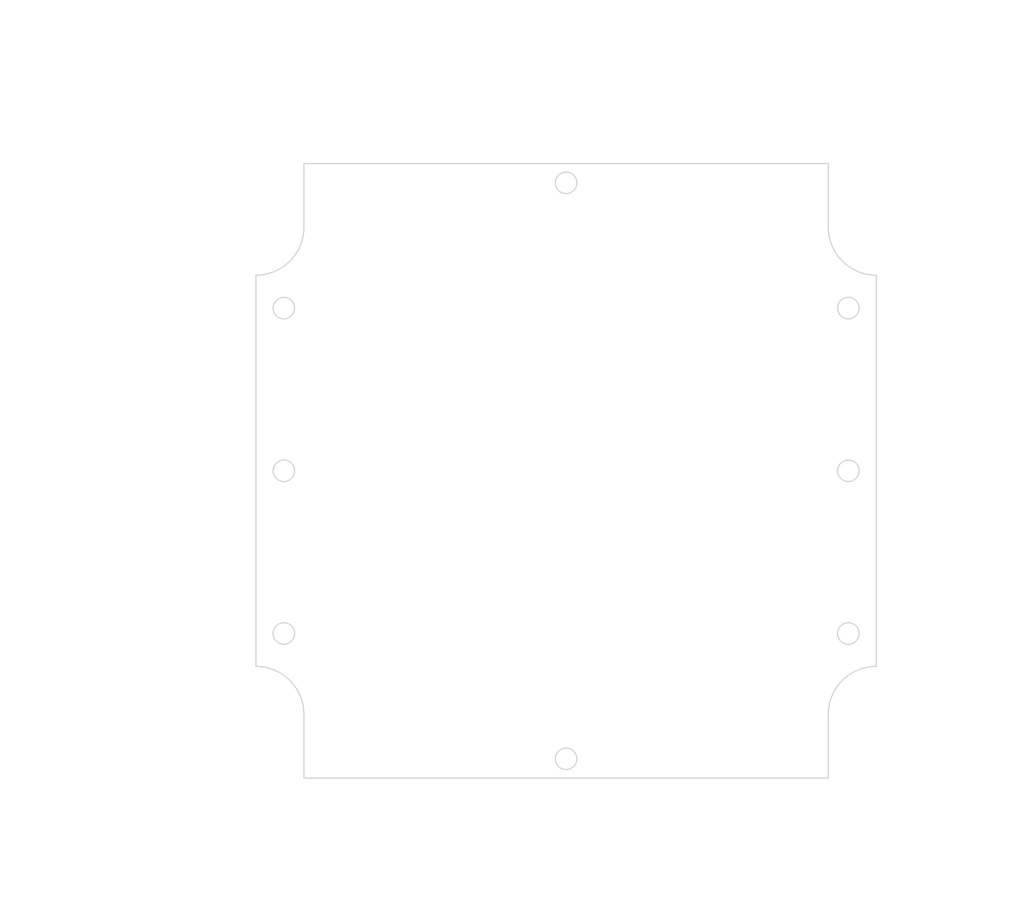
<source format=kicad_pcb>
(kicad_pcb (version 20171130) (host pcbnew "(5.1.0)-1")

  (general
    (thickness 1.6)
    (drawings 105)
    (tracks 0)
    (zones 0)
    (modules 0)
    (nets 1)
  )

  (page A4)
  (layers
    (0 F.Cu signal)
    (31 B.Cu signal)
    (32 B.Adhes user)
    (33 F.Adhes user)
    (34 B.Paste user)
    (35 F.Paste user)
    (36 B.SilkS user)
    (37 F.SilkS user)
    (38 B.Mask user)
    (39 F.Mask user)
    (40 Dwgs.User user)
    (41 Cmts.User user)
    (42 Eco1.User user)
    (43 Eco2.User user)
    (44 Edge.Cuts user)
    (45 Margin user)
    (46 B.CrtYd user)
    (47 F.CrtYd user)
    (48 B.Fab user)
    (49 F.Fab user)
  )

  (setup
    (last_trace_width 0.25)
    (trace_clearance 0.2)
    (zone_clearance 0.508)
    (zone_45_only no)
    (trace_min 0.2)
    (via_size 0.8)
    (via_drill 0.4)
    (via_min_size 0.4)
    (via_min_drill 0.3)
    (uvia_size 0.3)
    (uvia_drill 0.1)
    (uvias_allowed no)
    (uvia_min_size 0.2)
    (uvia_min_drill 0.1)
    (edge_width 0.05)
    (segment_width 0.2)
    (pcb_text_width 0.3)
    (pcb_text_size 1.5 1.5)
    (mod_edge_width 0.12)
    (mod_text_size 1 1)
    (mod_text_width 0.15)
    (pad_size 1.524 1.524)
    (pad_drill 0.762)
    (pad_to_mask_clearance 0.051)
    (solder_mask_min_width 0.25)
    (aux_axis_origin 0 0)
    (visible_elements FFFFFF7F)
    (pcbplotparams
      (layerselection 0x010fc_ffffffff)
      (usegerberextensions false)
      (usegerberattributes false)
      (usegerberadvancedattributes false)
      (creategerberjobfile false)
      (excludeedgelayer true)
      (linewidth 0.152400)
      (plotframeref false)
      (viasonmask false)
      (mode 1)
      (useauxorigin false)
      (hpglpennumber 1)
      (hpglpenspeed 20)
      (hpglpendiameter 15.000000)
      (psnegative false)
      (psa4output false)
      (plotreference true)
      (plotvalue true)
      (plotinvisibletext false)
      (padsonsilk false)
      (subtractmaskfromsilk false)
      (outputformat 1)
      (mirror false)
      (drillshape 1)
      (scaleselection 1)
      (outputdirectory ""))
  )

  (net 0 "")

  (net_class Default "This is the default net class."
    (clearance 0.2)
    (trace_width 0.25)
    (via_dia 0.8)
    (via_drill 0.4)
    (uvia_dia 0.3)
    (uvia_drill 0.1)
  )

  (gr_line (start 110.815771 61.239853) (end 110.815771 50.190853) (layer Edge.Cuts) (width 0.2))
  (gr_arc (start 102.484571 61.239853) (end 102.484571 69.571053) (angle -90) (layer Edge.Cuts) (width 0.2))
  (gr_line (start 102.484571 137.490653) (end 102.484571 69.571053) (layer Edge.Cuts) (width 0.2))
  (gr_arc (start 102.484571 145.821853) (end 110.815771 145.821853) (angle -90) (layer Edge.Cuts) (width 0.2))
  (gr_line (start 110.815771 156.870853) (end 110.815771 145.821853) (layer Edge.Cuts) (width 0.2))
  (gr_line (start 201.849371 156.870853) (end 110.815771 156.870853) (layer Edge.Cuts) (width 0.2))
  (gr_line (start 201.849371 145.821853) (end 201.849371 156.870853) (layer Edge.Cuts) (width 0.2))
  (gr_arc (start 210.180571 145.821853) (end 210.180571 137.490653) (angle -90) (layer Edge.Cuts) (width 0.2))
  (gr_line (start 210.180571 69.571053) (end 210.180571 137.490653) (layer Edge.Cuts) (width 0.2))
  (gr_arc (start 210.180571 61.239853) (end 201.849371 61.239853) (angle -90) (layer Edge.Cuts) (width 0.2))
  (gr_line (start 201.849371 50.190853) (end 201.849371 61.239853) (layer Edge.Cuts) (width 0.2))
  (gr_line (start 110.815771 50.190853) (end 201.849371 50.190853) (layer Edge.Cuts) (width 0.2))
  (gr_circle (center 156.332571 153.530853) (end 158.199471 153.530853) (layer Edge.Cuts) (width 0.2))
  (gr_circle (center 107.332571 103.530853) (end 109.199471 103.530853) (layer Edge.Cuts) (width 0.2))
  (gr_circle (center 205.332571 103.530853) (end 207.199471 103.530853) (layer Edge.Cuts) (width 0.2))
  (gr_circle (center 156.332571 53.530853) (end 158.199471 53.530853) (layer Edge.Cuts) (width 0.2))
  (gr_circle (center 107.332571 75.286053) (end 109.199471 75.286053) (layer Edge.Cuts) (width 0.2))
  (gr_circle (center 205.332571 75.286053) (end 207.199471 75.286053) (layer Edge.Cuts) (width 0.2))
  (gr_circle (center 107.332571 131.775653) (end 109.199471 131.775653) (layer Edge.Cuts) (width 0.2))
  (gr_circle (center 205.332571 131.775653) (end 207.199471 131.775653) (layer Edge.Cuts) (width 0.2))
  (gr_text [2.12] (at 129.408571 179.612572) (layer Dwgs.User)
    (effects (font (size 2 1.8) (thickness 0.25)))
  )
  (gr_text " 53.85" (at 129.408571 175.709025) (layer Dwgs.User)
    (effects (font (size 2 1.8) (thickness 0.25)))
  )
  (gr_line (start 154.332571 177.530853) (end 134.036675 177.530853) (layer Dwgs.User) (width 0.2))
  (gr_line (start 104.484571 177.530853) (end 124.780468 177.530853) (layer Dwgs.User) (width 0.2))
  (gr_line (start 156.332571 154.530853) (end 156.332571 180.705853) (layer Dwgs.User) (width 0.2))
  (gr_line (start 102.484571 138.490653) (end 102.484571 180.705853) (layer Dwgs.User) (width 0.2))
  (gr_line (start 205.332571 131.865653) (end 205.332571 131.685653) (layer Dwgs.User) (width 0.2))
  (gr_line (start 205.242571 131.775653) (end 205.422571 131.775653) (layer Dwgs.User) (width 0.2))
  (gr_text "∅3.73 4X\n[∅0.15]" (at 229.007229 115.812352) (layer Dwgs.User)
    (effects (font (size 2 1.8) (thickness 0.25)))
  )
  (gr_line (start 218.33255 115.812352) (end 207.77438 128.777239) (layer Dwgs.User) (width 0.2))
  (gr_line (start 221.962934 115.812352) (end 218.33255 115.812352) (layer Dwgs.User) (width 0.2))
  (gr_line (start 205.332571 103.620853) (end 205.332571 103.440853) (layer Dwgs.User) (width 0.2))
  (gr_line (start 205.242571 103.530853) (end 205.422571 103.530853) (layer Dwgs.User) (width 0.2))
  (gr_text "∅3.73 4X\n[∅0.15]" (at 227.837576 88.208536) (layer Dwgs.User)
    (effects (font (size 2 1.8) (thickness 0.25)))
  )
  (gr_line (start 217.162897 88.208536) (end 207.695771 100.470101) (layer Dwgs.User) (width 0.2))
  (gr_line (start 220.793281 88.208536) (end 217.162897 88.208536) (layer Dwgs.User) (width 0.2))
  (gr_text [.13] (at 165.266431 64.215316) (layer Dwgs.User)
    (effects (font (size 2 1.8) (thickness 0.25)))
  )
  (gr_text " 3.34" (at 165.266431 60.311769) (layer Dwgs.User)
    (effects (font (size 2 1.8) (thickness 0.25)))
  )
  (gr_line (start 171.105995 62.133597) (end 169.105995 62.133597) (layer Dwgs.User) (width 0.2))
  (gr_line (start 171.105995 55.530853) (end 171.105995 62.133597) (layer Dwgs.User) (width 0.2))
  (gr_line (start 171.105995 48.190853) (end 171.105995 46.190853) (layer Dwgs.User) (width 0.2))
  (gr_line (start 157.332571 53.530853) (end 174.280995 53.530853) (layer Dwgs.User) (width 0.2))
  (gr_text [1.34] (at 89.950322 88.632672) (layer Dwgs.User)
    (effects (font (size 2 1.8) (thickness 0.25)))
  )
  (gr_text " 33.96" (at 89.950322 84.729125) (layer Dwgs.User)
    (effects (font (size 2 1.8) (thickness 0.25)))
  )
  (gr_line (start 89.950322 101.530853) (end 89.950322 90.4545) (layer Dwgs.User) (width 0.2))
  (gr_line (start 89.950322 71.571053) (end 89.950322 82.647406) (layer Dwgs.User) (width 0.2))
  (gr_line (start 106.332571 103.530853) (end 86.775322 103.530853) (layer Dwgs.User) (width 0.2))
  (gr_line (start 101.484571 69.571053) (end 86.775322 69.571053) (layer Dwgs.User) (width 0.2))
  (gr_text [2.22] (at 147.147413 105.612572) (layer Dwgs.User)
    (effects (font (size 2 1.8) (thickness 0.25)))
  )
  (gr_text " 56.49" (at 147.147413 101.709707) (layer Dwgs.User)
    (effects (font (size 2 1.8) (thickness 0.25)))
  )
  (gr_line (start 147.147413 129.775653) (end 147.147413 107.433718) (layer Dwgs.User) (width 0.2))
  (gr_line (start 147.147413 77.286053) (end 147.147413 99.627988) (layer Dwgs.User) (width 0.2))
  (gr_line (start 108.332571 131.775653) (end 150.322413 131.775653) (layer Dwgs.User) (width 0.2))
  (gr_line (start 108.332571 75.286053) (end 150.322413 75.286053) (layer Dwgs.User) (width 0.2))
  (gr_text [.19] (at 115.809553 100.209499) (layer Dwgs.User)
    (effects (font (size 2 1.8) (thickness 0.25)))
  )
  (gr_text " 4.85" (at 115.809553 96.306634) (layer Dwgs.User)
    (effects (font (size 2 1.8) (thickness 0.25)))
  )
  (gr_line (start 109.332571 98.12778) (end 111.958394 98.12778) (layer Dwgs.User) (width 0.2))
  (gr_line (start 100.484571 98.12778) (end 98.484571 98.12778) (layer Dwgs.User) (width 0.2))
  (gr_line (start 107.332571 102.530853) (end 107.332571 94.95278) (layer Dwgs.User) (width 0.2))
  (gr_text [3.86] (at 162.629085 35.983973) (layer Dwgs.User)
    (effects (font (size 2 1.8) (thickness 0.25)))
  )
  (gr_text " 98.00" (at 162.629085 32.081108) (layer Dwgs.User)
    (effects (font (size 2 1.8) (thickness 0.25)))
  )
  (gr_line (start 203.332571 33.902254) (end 167.246274 33.902254) (layer Dwgs.User) (width 0.2))
  (gr_line (start 109.332571 33.902254) (end 158.011895 33.902254) (layer Dwgs.User) (width 0.2))
  (gr_line (start 205.332571 74.286053) (end 205.332571 30.727254) (layer Dwgs.User) (width 0.2))
  (gr_line (start 107.332571 74.286053) (end 107.332571 30.727254) (layer Dwgs.User) (width 0.2))
  (gr_text [R0.33] (at 125.957923 141.613944) (layer Dwgs.User)
    (effects (font (size 2 1.8) (thickness 0.25)))
  )
  (gr_text " R8.33" (at 125.957923 137.710397) (layer Dwgs.User)
    (effects (font (size 2 1.8) (thickness 0.25)))
  )
  (gr_line (start 118.839369 139.532225) (end 112.127285 142.113517) (layer Dwgs.User) (width 0.2))
  (gr_line (start 120.839369 139.532225) (end 118.839369 139.532225) (layer Dwgs.User) (width 0.2))
  (gr_text [4.24] (at 146.122542 27.307142) (layer Dwgs.User)
    (effects (font (size 2 1.8) (thickness 0.25)))
  )
  (gr_text " 107.70" (at 146.122542 23.404277) (layer Dwgs.User)
    (effects (font (size 2 1.8) (thickness 0.25)))
  )
  (gr_line (start 208.180571 25.225423) (end 151.516676 25.225423) (layer Dwgs.User) (width 0.2))
  (gr_line (start 104.484571 25.225423) (end 140.728408 25.225423) (layer Dwgs.User) (width 0.2))
  (gr_line (start 210.180571 68.571053) (end 210.180571 22.050423) (layer Dwgs.User) (width 0.2))
  (gr_line (start 102.484571 68.571053) (end 102.484571 22.050423) (layer Dwgs.User) (width 0.2))
  (gr_text [.33] (at 92.515336 44.475258) (layer Dwgs.User)
    (effects (font (size 2 1.8) (thickness 0.25)))
  )
  (gr_text " 8.33" (at 92.515336 40.571711) (layer Dwgs.User)
    (effects (font (size 2 1.8) (thickness 0.25)))
  )
  (gr_line (start 102.484571 42.393539) (end 96.358992 42.393539) (layer Dwgs.User) (width 0.2))
  (gr_line (start 108.815771 42.393539) (end 104.484571 42.393539) (layer Dwgs.User) (width 0.2))
  (gr_line (start 102.484571 68.571053) (end 102.484571 39.218539) (layer Dwgs.User) (width 0.2))
  (gr_line (start 110.815771 49.190853) (end 110.815771 39.218539) (layer Dwgs.User) (width 0.2))
  (gr_text [3.58] (at 147.466077 44.475258) (layer Dwgs.User)
    (effects (font (size 2 1.8) (thickness 0.25)))
  )
  (gr_text " 91.03" (at 147.466077 40.571711) (layer Dwgs.User)
    (effects (font (size 2 1.8) (thickness 0.25)))
  )
  (gr_line (start 199.849371 42.393539) (end 152.086677 42.393539) (layer Dwgs.User) (width 0.2))
  (gr_line (start 112.815771 42.393539) (end 142.845476 42.393539) (layer Dwgs.User) (width 0.2))
  (gr_line (start 201.849371 49.190853) (end 201.849371 39.218539) (layer Dwgs.User) (width 0.2))
  (gr_line (start 110.815771 49.190853) (end 110.815771 39.218539) (layer Dwgs.User) (width 0.2))
  (gr_text [4.20] (at 63.646464 105.612572) (layer Dwgs.User)
    (effects (font (size 2 1.8) (thickness 0.25)))
  )
  (gr_text " 106.68" (at 63.646464 101.709707) (layer Dwgs.User)
    (effects (font (size 2 1.8) (thickness 0.25)))
  )
  (gr_line (start 63.646464 154.870853) (end 63.646464 107.433718) (layer Dwgs.User) (width 0.2))
  (gr_line (start 63.646464 52.190853) (end 63.646464 99.627988) (layer Dwgs.User) (width 0.2))
  (gr_line (start 109.815771 156.870853) (end 60.471464 156.870853) (layer Dwgs.User) (width 0.2))
  (gr_line (start 109.815771 50.190853) (end 60.471464 50.190853) (layer Dwgs.User) (width 0.2))
  (gr_text [.76] (at 89.950322 60.019789) (layer Dwgs.User)
    (effects (font (size 2 1.8) (thickness 0.25)))
  )
  (gr_text " 19.38" (at 89.950322 56.116241) (layer Dwgs.User)
    (effects (font (size 2 1.8) (thickness 0.25)))
  )
  (gr_line (start 89.950322 52.190853) (end 89.950322 54.034523) (layer Dwgs.User) (width 0.2))
  (gr_line (start 89.950322 67.571053) (end 89.950322 61.841617) (layer Dwgs.User) (width 0.2))
  (gr_line (start 109.815771 50.190853) (end 86.775322 50.190853) (layer Dwgs.User) (width 0.2))
  (gr_line (start 101.484571 69.571053) (end 86.775322 69.571053) (layer Dwgs.User) (width 0.2))
  (gr_text [3.44] (at 77.189045 119.497327) (layer Dwgs.User)
    (effects (font (size 2 1.8) (thickness 0.25)))
  )
  (gr_text " 87.30" (at 77.189045 115.59378) (layer Dwgs.User)
    (effects (font (size 2 1.8) (thickness 0.25)))
  )
  (gr_line (start 77.189045 71.571053) (end 77.189045 113.512061) (layer Dwgs.User) (width 0.2))
  (gr_line (start 77.189045 154.870853) (end 77.189045 121.319155) (layer Dwgs.User) (width 0.2))
  (gr_line (start 101.484571 69.571053) (end 74.014045 69.571053) (layer Dwgs.User) (width 0.2))
  (gr_line (start 109.815771 156.870853) (end 74.014045 156.870853) (layer Dwgs.User) (width 0.2))

)

</source>
